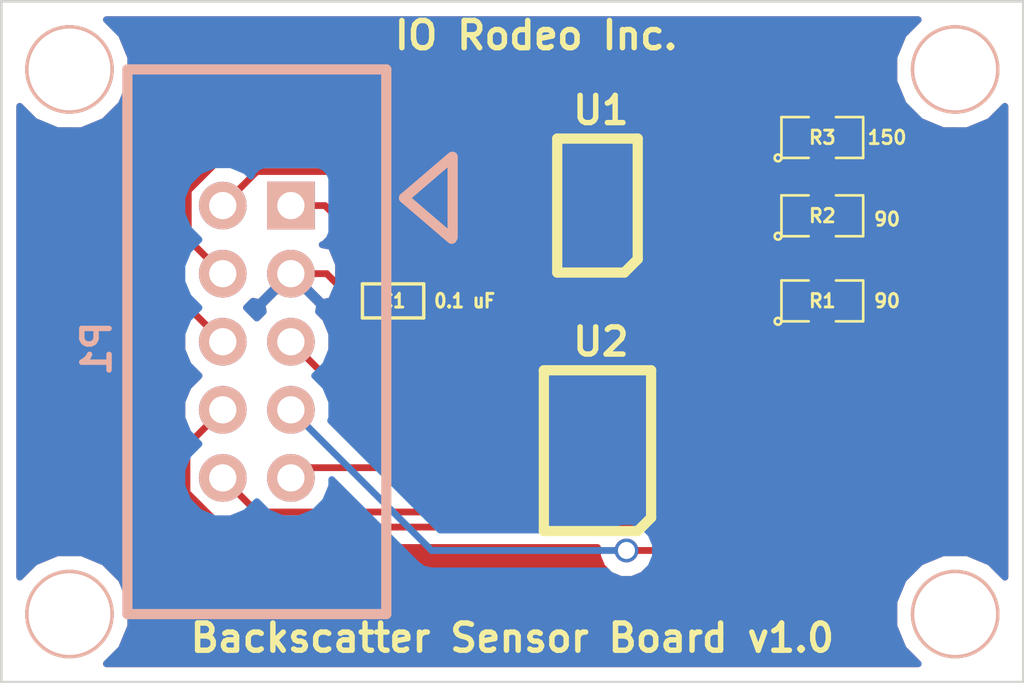
<source format=kicad_pcb>
(kicad_pcb (version 3) (host pcbnew "(2013-mar-13)-testing")

  (general
    (links 19)
    (no_connects 0)
    (area 101.549999 76.149999 139.750001 101.650001)
    (thickness 1.6)
    (drawings 6)
    (tracks 82)
    (zones 0)
    (modules 11)
    (nets 14)
  )

  (page A4)
  (layers
    (15 F.Cu signal)
    (0 B.Cu signal)
    (16 B.Adhes user)
    (17 F.Adhes user)
    (18 B.Paste user)
    (19 F.Paste user)
    (20 B.SilkS user)
    (21 F.SilkS user)
    (22 B.Mask user)
    (23 F.Mask user)
    (24 Dwgs.User user)
    (25 Cmts.User user)
    (26 Eco1.User user)
    (27 Eco2.User user)
    (28 Edge.Cuts user)
  )

  (setup
    (last_trace_width 0.254)
    (trace_clearance 0.254)
    (zone_clearance 0.508)
    (zone_45_only no)
    (trace_min 0.254)
    (segment_width 0.2)
    (edge_width 0.1)
    (via_size 0.889)
    (via_drill 0.635)
    (via_min_size 0.889)
    (via_min_drill 0.508)
    (uvia_size 0.508)
    (uvia_drill 0.127)
    (uvias_allowed no)
    (uvia_min_size 0.508)
    (uvia_min_drill 0.127)
    (pcb_text_width 0.3)
    (pcb_text_size 1.5 1.5)
    (mod_edge_width 0.15)
    (mod_text_size 1 1)
    (mod_text_width 0.15)
    (pad_size 1.5 1.5)
    (pad_drill 0.6)
    (pad_to_mask_clearance 0)
    (aux_axis_origin 0 0)
    (visible_elements FFFFFF7F)
    (pcbplotparams
      (layerselection 284196865)
      (usegerberextensions true)
      (excludeedgelayer true)
      (linewidth 0.150000)
      (plotframeref false)
      (viasonmask false)
      (mode 1)
      (useauxorigin false)
      (hpglpennumber 1)
      (hpglpenspeed 20)
      (hpglpendiameter 15)
      (hpglpenoverlay 2)
      (psnegative false)
      (psa4output false)
      (plotreference true)
      (plotvalue true)
      (plotothertext true)
      (plotinvisibletext false)
      (padsonsilk false)
      (subtractmaskfromsilk false)
      (outputformat 1)
      (mirror false)
      (drillshape 0)
      (scaleselection 1)
      (outputdirectory /home/jo/work/backscatter/kicad/gerber_v1p0/))
  )

  (net 0 "")
  (net 1 /5V)
  (net 2 /FREQ)
  (net 3 /S0)
  (net 4 /S1)
  (net 5 /S2)
  (net 6 /S3)
  (net 7 /blue)
  (net 8 /green)
  (net 9 /red)
  (net 10 GND)
  (net 11 N-000007)
  (net 12 N-000008)
  (net 13 N-000009)

  (net_class Default "This is the default net class."
    (clearance 0.254)
    (trace_width 0.254)
    (via_dia 0.889)
    (via_drill 0.635)
    (uvia_dia 0.508)
    (uvia_drill 0.127)
    (add_net "")
    (add_net /5V)
    (add_net /FREQ)
    (add_net /S0)
    (add_net /S1)
    (add_net /S2)
    (add_net /S3)
    (add_net /blue)
    (add_net /green)
    (add_net /red)
    (add_net GND)
    (add_net N-000007)
    (add_net N-000008)
    (add_net N-000009)
  )

  (module SM0603 (layer F.Cu) (tedit 52069BFF) (tstamp 52069BE5)
    (at 116.205 87.376 180)
    (path /52057DF9)
    (attr smd)
    (fp_text reference C1 (at 0 0 180) (layer F.SilkS)
      (effects (font (size 0.508 0.4572) (thickness 0.1143)))
    )
    (fp_text value "0.1 uF" (at -2.667 0 180) (layer F.SilkS)
      (effects (font (size 0.508 0.4572) (thickness 0.1143)))
    )
    (fp_line (start -1.143 -0.635) (end 1.143 -0.635) (layer F.SilkS) (width 0.127))
    (fp_line (start 1.143 -0.635) (end 1.143 0.635) (layer F.SilkS) (width 0.127))
    (fp_line (start 1.143 0.635) (end -1.143 0.635) (layer F.SilkS) (width 0.127))
    (fp_line (start -1.143 0.635) (end -1.143 -0.635) (layer F.SilkS) (width 0.127))
    (pad 1 smd rect (at -0.762 0 180) (size 0.635 1.143)
      (layers F.Cu F.Paste F.Mask)
      (net 1 /5V)
    )
    (pad 2 smd rect (at 0.762 0 180) (size 0.635 1.143)
      (layers F.Cu F.Paste F.Mask)
      (net 10 GND)
    )
    (model smd\resistors\R0603.wrl
      (at (xyz 0 0 0.001))
      (scale (xyz 0.5 0.5 0.5))
      (rotate (xyz 0 0 0))
    )
  )

  (module 5X2_SHRD_HEADER (layer B.Cu) (tedit 5206A2CA) (tstamp 52069BCF)
    (at 111.125 88.9 270)
    (path /52057BCD)
    (fp_text reference P1 (at 0.254 5.969 270) (layer B.SilkS)
      (effects (font (size 1.016 1.016) (thickness 0.2032)) (justify mirror))
    )
    (fp_text value CONN_5X2 (at 5.19938 -6.2992 270) (layer B.SilkS) hide
      (effects (font (thickness 0.3048)) (justify mirror))
    )
    (fp_line (start -10.16 4.826) (end 10.16 4.826) (layer B.SilkS) (width 0.381))
    (fp_line (start 10.16 4.826) (end 10.16 -4.826) (layer B.SilkS) (width 0.381))
    (fp_line (start 10.16 -4.826) (end -10.16 -4.826) (layer B.SilkS) (width 0.381))
    (fp_line (start -10.16 -4.826) (end -10.16 4.826) (layer B.SilkS) (width 0.381))
    (fp_line (start -6.90118 -7.29996) (end -3.8989 -7.29996) (layer B.SilkS) (width 0.381))
    (fp_line (start -5.36448 -5.48894) (end -6.88848 -7.26694) (layer B.SilkS) (width 0.381))
    (fp_line (start -3.84048 -7.2644) (end -5.36448 -5.4864) (layer B.SilkS) (width 0.381))
    (pad 1 thru_hole rect (at -5.08 -1.27 270) (size 1.778 1.778) (drill 1.016)
      (layers *.Cu *.Mask B.SilkS)
      (net 1 /5V)
    )
    (pad 2 thru_hole circle (at -5.08 1.27 270) (size 1.778 1.778) (drill 1.016)
      (layers *.Cu *.Mask B.SilkS)
      (net 9 /red)
    )
    (pad 3 thru_hole circle (at -2.54 -1.27 270) (size 1.778 1.778) (drill 1.016)
      (layers *.Cu *.Mask B.SilkS)
      (net 10 GND)
    )
    (pad 4 thru_hole circle (at -2.54 1.27 270) (size 1.778 1.778) (drill 1.016)
      (layers *.Cu *.Mask B.SilkS)
      (net 8 /green)
    )
    (pad 5 thru_hole circle (at 0 -1.27 270) (size 1.778 1.778) (drill 1.016)
      (layers *.Cu *.Mask B.SilkS)
      (net 3 /S0)
    )
    (pad 6 thru_hole circle (at 0 1.27 270) (size 1.778 1.778) (drill 1.016)
      (layers *.Cu *.Mask B.SilkS)
      (net 7 /blue)
    )
    (pad 7 thru_hole circle (at 2.54 -1.27 270) (size 1.778 1.778) (drill 1.016)
      (layers *.Cu *.Mask B.SilkS)
      (net 4 /S1)
    )
    (pad 8 thru_hole circle (at 2.54 1.27 270) (size 1.778 1.778) (drill 1.016)
      (layers *.Cu *.Mask B.SilkS)
      (net 2 /FREQ)
    )
    (pad 9 thru_hole circle (at 5.08 -1.27 270) (size 1.778 1.778) (drill 1.016)
      (layers *.Cu *.Mask B.SilkS)
      (net 5 /S2)
    )
    (pad 10 thru_hole circle (at 5.08 1.27 270) (size 1.778 1.778) (drill 1.016)
      (layers *.Cu *.Mask B.SilkS)
      (net 6 /S3)
    )
  )

  (module SM0805 (layer F.Cu) (tedit 52069C6B) (tstamp 52058C66)
    (at 132.207 87.376)
    (path /520580EA)
    (attr smd)
    (fp_text reference R1 (at 0 0) (layer F.SilkS)
      (effects (font (size 0.50038 0.50038) (thickness 0.10922)))
    )
    (fp_text value 90 (at 2.413 0) (layer F.SilkS)
      (effects (font (size 0.50038 0.50038) (thickness 0.10922)))
    )
    (fp_circle (center -1.651 0.762) (end -1.651 0.635) (layer F.SilkS) (width 0.09906))
    (fp_line (start -0.508 0.762) (end -1.524 0.762) (layer F.SilkS) (width 0.09906))
    (fp_line (start -1.524 0.762) (end -1.524 -0.762) (layer F.SilkS) (width 0.09906))
    (fp_line (start -1.524 -0.762) (end -0.508 -0.762) (layer F.SilkS) (width 0.09906))
    (fp_line (start 0.508 -0.762) (end 1.524 -0.762) (layer F.SilkS) (width 0.09906))
    (fp_line (start 1.524 -0.762) (end 1.524 0.762) (layer F.SilkS) (width 0.09906))
    (fp_line (start 1.524 0.762) (end 0.508 0.762) (layer F.SilkS) (width 0.09906))
    (pad 1 smd rect (at -0.9525 0) (size 0.889 1.397)
      (layers F.Cu F.Paste F.Mask)
      (net 13 N-000009)
    )
    (pad 2 smd rect (at 0.9525 0) (size 0.889 1.397)
      (layers F.Cu F.Paste F.Mask)
      (net 10 GND)
    )
    (model smd/chip_cms.wrl
      (at (xyz 0 0 0))
      (scale (xyz 0.1 0.1 0.1))
      (rotate (xyz 0 0 0))
    )
  )

  (module SM0805 (layer F.Cu) (tedit 52069C67) (tstamp 52058FBB)
    (at 132.207 84.201)
    (path /520580DB)
    (attr smd)
    (fp_text reference R2 (at 0 0) (layer F.SilkS)
      (effects (font (size 0.50038 0.50038) (thickness 0.10922)))
    )
    (fp_text value 90 (at 2.413 0.127) (layer F.SilkS)
      (effects (font (size 0.50038 0.50038) (thickness 0.10922)))
    )
    (fp_circle (center -1.651 0.762) (end -1.651 0.635) (layer F.SilkS) (width 0.09906))
    (fp_line (start -0.508 0.762) (end -1.524 0.762) (layer F.SilkS) (width 0.09906))
    (fp_line (start -1.524 0.762) (end -1.524 -0.762) (layer F.SilkS) (width 0.09906))
    (fp_line (start -1.524 -0.762) (end -0.508 -0.762) (layer F.SilkS) (width 0.09906))
    (fp_line (start 0.508 -0.762) (end 1.524 -0.762) (layer F.SilkS) (width 0.09906))
    (fp_line (start 1.524 -0.762) (end 1.524 0.762) (layer F.SilkS) (width 0.09906))
    (fp_line (start 1.524 0.762) (end 0.508 0.762) (layer F.SilkS) (width 0.09906))
    (pad 1 smd rect (at -0.9525 0) (size 0.889 1.397)
      (layers F.Cu F.Paste F.Mask)
      (net 11 N-000007)
    )
    (pad 2 smd rect (at 0.9525 0) (size 0.889 1.397)
      (layers F.Cu F.Paste F.Mask)
      (net 10 GND)
    )
    (model smd/chip_cms.wrl
      (at (xyz 0 0 0))
      (scale (xyz 0.1 0.1 0.1))
      (rotate (xyz 0 0 0))
    )
  )

  (module SM0805 (layer F.Cu) (tedit 52069C62) (tstamp 52058FE3)
    (at 132.207 81.28)
    (path /520580CC)
    (attr smd)
    (fp_text reference R3 (at 0 0) (layer F.SilkS)
      (effects (font (size 0.50038 0.50038) (thickness 0.10922)))
    )
    (fp_text value 150 (at 2.413 0) (layer F.SilkS)
      (effects (font (size 0.50038 0.50038) (thickness 0.10922)))
    )
    (fp_circle (center -1.651 0.762) (end -1.651 0.635) (layer F.SilkS) (width 0.09906))
    (fp_line (start -0.508 0.762) (end -1.524 0.762) (layer F.SilkS) (width 0.09906))
    (fp_line (start -1.524 0.762) (end -1.524 -0.762) (layer F.SilkS) (width 0.09906))
    (fp_line (start -1.524 -0.762) (end -0.508 -0.762) (layer F.SilkS) (width 0.09906))
    (fp_line (start 0.508 -0.762) (end 1.524 -0.762) (layer F.SilkS) (width 0.09906))
    (fp_line (start 1.524 -0.762) (end 1.524 0.762) (layer F.SilkS) (width 0.09906))
    (fp_line (start 1.524 0.762) (end 0.508 0.762) (layer F.SilkS) (width 0.09906))
    (pad 1 smd rect (at -0.9525 0) (size 0.889 1.397)
      (layers F.Cu F.Paste F.Mask)
      (net 12 N-000008)
    )
    (pad 2 smd rect (at 0.9525 0) (size 0.889 1.397)
      (layers F.Cu F.Paste F.Mask)
      (net 10 GND)
    )
    (model smd/chip_cms.wrl
      (at (xyz 0 0 0))
      (scale (xyz 0.1 0.1 0.1))
      (rotate (xyz 0 0 0))
    )
  )

  (module RGB_MULTILED (layer F.Cu) (tedit 52069B6E) (tstamp 520697BD)
    (at 123.825 83.82 180)
    (path /52057C87)
    (fp_text reference U1 (at -0.127 3.556 180) (layer F.SilkS)
      (effects (font (size 1.016 1.016) (thickness 0.2032)))
    )
    (fp_text value RGB_MULTILED (at -0.0762 5.2578 180) (layer F.SilkS) hide
      (effects (font (thickness 0.3048)))
    )
    (fp_line (start 1.50114 2.49936) (end -1.50114 2.49936) (layer F.SilkS) (width 0.381))
    (fp_line (start -1.50114 2.49936) (end -1.50114 -1.99898) (layer F.SilkS) (width 0.381))
    (fp_line (start -1.50114 -1.99898) (end -1.00076 -2.49936) (layer F.SilkS) (width 0.381))
    (fp_line (start -1.00076 -2.49936) (end 1.50114 -2.49936) (layer F.SilkS) (width 0.381))
    (fp_line (start 1.50114 -2.49936) (end 1.50114 2.49936) (layer F.SilkS) (width 0.381))
    (pad A3 smd rect (at 1.47574 1.09982) (size 1.30048 0.70104)
      (layers F.Cu F.Paste F.Mask)
      (net 9 /red)
    )
    (pad A2 smd rect (at 1.47574 0) (size 1.30048 0.70104)
      (layers F.Cu F.Paste F.Mask)
      (net 8 /green)
    )
    (pad A1 smd rect (at 1.47574 -1.09982) (size 1.30048 0.70104)
      (layers F.Cu F.Paste F.Mask)
      (net 7 /blue)
    )
    (pad C3 smd rect (at -1.47574 1.09982) (size 1.30048 0.70104)
      (layers F.Cu F.Paste F.Mask)
      (net 12 N-000008)
    )
    (pad C2 smd rect (at -1.47574 0) (size 1.30048 0.70104)
      (layers F.Cu F.Paste F.Mask)
      (net 11 N-000007)
    )
    (pad C1 smd rect (at -1.47574 -1.09982) (size 1.30048 0.70104)
      (layers F.Cu F.Paste F.Mask)
      (net 13 N-000009)
    )
  )

  (module TCS3200 (layer F.Cu) (tedit 52069B69) (tstamp 520697AD)
    (at 123.825 92.964 90)
    (path /52057C66)
    (fp_text reference U2 (at 4.064 0.127 180) (layer F.SilkS)
      (effects (font (size 1.016 1.016) (thickness 0.2032)))
    )
    (fp_text value TCS3200 (at 4.9276 0 180) (layer F.SilkS) hide
      (effects (font (thickness 0.3048)))
    )
    (fp_line (start 2.99974 1.99898) (end -2.49936 1.99898) (layer F.SilkS) (width 0.381))
    (fp_line (start -2.49936 1.99898) (end -2.99974 1.50114) (layer F.SilkS) (width 0.381))
    (fp_line (start -2.99974 1.50114) (end -2.99974 -1.99898) (layer F.SilkS) (width 0.381))
    (fp_line (start -2.99974 -1.99898) (end 2.99974 -1.99898) (layer F.SilkS) (width 0.381))
    (fp_line (start 2.99974 -1.99898) (end 2.99974 1.99898) (layer F.SilkS) (width 0.381))
    (pad 8 smd rect (at -1.905 -2.3241 90) (size 0.50038 2.25044)
      (layers F.Cu F.Paste F.Mask)
      (net 6 /S3)
    )
    (pad 7 smd rect (at -0.635 -2.3241 90) (size 0.50038 2.25044)
      (layers F.Cu F.Paste F.Mask)
      (net 5 /S2)
    )
    (pad 6 smd rect (at 0.635 -2.3241 90) (size 0.50038 2.25044)
      (layers F.Cu F.Paste F.Mask)
      (net 2 /FREQ)
    )
    (pad 5 smd rect (at 1.905 -2.3241 90) (size 0.50038 2.25044)
      (layers F.Cu F.Paste F.Mask)
      (net 1 /5V)
    )
    (pad 1 smd rect (at -1.905 2.32664 90) (size 0.50038 2.25044)
      (layers F.Cu F.Paste F.Mask)
      (net 3 /S0)
    )
    (pad 2 smd rect (at -0.635 2.32664 90) (size 0.50038 2.25044)
      (layers F.Cu F.Paste F.Mask)
      (net 4 /S1)
    )
    (pad 3 smd rect (at 0.635 2.32664 90) (size 0.50038 2.25044)
      (layers F.Cu F.Paste F.Mask)
      (net 10 GND)
    )
    (pad 4 smd rect (at 1.905 2.32664 90) (size 0.50038 2.25044)
      (layers F.Cu F.Paste F.Mask)
      (net 10 GND)
    )
  )

  (module MOUNT_HOLE_4_40 (layer F.Cu) (tedit 52069D01) (tstamp 52059298)
    (at 104.14 78.74)
    (path MOUNT_HOLE_4_40)
    (fp_text reference MOUNT_HOLE_1 (at 0 -2.032) (layer F.SilkS) hide
      (effects (font (size 0.254 0.254) (thickness 0.0635)))
    )
    (fp_text value VAL** (at 0 2.032) (layer F.SilkS) hide
      (effects (font (size 0.254 0.254) (thickness 0.0635)))
    )
    (pad "" thru_hole circle (at 0 0) (size 3.302 3.302) (drill 3.048)
      (layers *.Cu *.SilkS *.Mask)
    )
  )

  (module MOUNT_HOLE_4_40 (layer F.Cu) (tedit 52069D0C) (tstamp 52069A9C)
    (at 137.16 78.74)
    (path MOUNT_HOLE_4_40)
    (fp_text reference MOUNT_HOLE_2 (at 0 -2.032) (layer F.SilkS) hide
      (effects (font (size 0.254 0.254) (thickness 0.0635)))
    )
    (fp_text value VAL** (at 0 2.032) (layer F.SilkS) hide
      (effects (font (size 0.254 0.254) (thickness 0.0635)))
    )
    (pad "" thru_hole circle (at 0 0) (size 3.302 3.302) (drill 3.048)
      (layers *.Cu *.SilkS *.Mask)
    )
  )

  (module MOUNT_HOLE_4_40 (layer F.Cu) (tedit 52069D28) (tstamp 520592AA)
    (at 104.14 99.06)
    (path MOUNT_HOLE_4_40)
    (fp_text reference MOUNT_HOLE_4 (at 0 -2.032) (layer F.SilkS) hide
      (effects (font (size 0.254 0.254) (thickness 0.0635)))
    )
    (fp_text value VAL** (at 0 2.032) (layer F.SilkS) hide
      (effects (font (size 0.254 0.254) (thickness 0.0635)))
    )
    (pad "" thru_hole circle (at 0 0) (size 3.302 3.302) (drill 3.048)
      (layers *.Cu *.SilkS *.Mask)
    )
  )

  (module MOUNT_HOLE_4_40 (layer F.Cu) (tedit 52069D1B) (tstamp 520592B3)
    (at 137.16 99.06)
    (path MOUNT_HOLE_4_40)
    (fp_text reference MOUNT_HOLE_3 (at 0 -2.032) (layer F.SilkS) hide
      (effects (font (size 0.254 0.254) (thickness 0.0635)))
    )
    (fp_text value VAL** (at 0 2.032) (layer F.SilkS) hide
      (effects (font (size 0.254 0.254) (thickness 0.0635)))
    )
    (pad "" thru_hole circle (at 0 0) (size 3.302 3.302) (drill 3.048)
      (layers *.Cu *.SilkS *.Mask)
    )
  )

  (gr_text "Backscatter Sensor Board v1.0" (at 120.65 99.949) (layer F.SilkS)
    (effects (font (size 1.016 1.016) (thickness 0.2032)))
  )
  (gr_text "IO Rodeo Inc." (at 121.539 77.47) (layer F.SilkS) (tstamp 52069CC8)
    (effects (font (size 1.016 1.016) (thickness 0.2032)))
  )
  (gr_line (start 139.7 76.2) (end 139.7 101.6) (angle 90) (layer Edge.Cuts) (width 0.1))
  (gr_line (start 101.6 76.2) (end 139.7 76.2) (angle 90) (layer Edge.Cuts) (width 0.1))
  (gr_line (start 101.6 101.6) (end 139.7 101.6) (angle 90) (layer Edge.Cuts) (width 0.1) (tstamp 52058E1E))
  (gr_line (start 101.6 76.2) (end 101.6 101.6) (angle 90) (layer Edge.Cuts) (width 0.1))

  (segment (start 116.967 87.376) (end 116.2682 87.376) (width 0.254) (layer F.Cu) (net 1))
  (segment (start 119.9944 89.7046) (end 117.6658 87.376) (width 0.254) (layer F.Cu) (net 1))
  (segment (start 119.9944 91.059) (end 119.9944 89.7046) (width 0.254) (layer F.Cu) (net 1))
  (segment (start 121.5009 91.059) (end 119.9944 91.059) (width 0.254) (layer F.Cu) (net 1))
  (segment (start 116.967 87.376) (end 117.6658 87.376) (width 0.254) (layer F.Cu) (net 1))
  (segment (start 116.2682 86.4229) (end 113.6653 83.82) (width 0.254) (layer F.Cu) (net 1))
  (segment (start 116.2682 87.376) (end 116.2682 86.4229) (width 0.254) (layer F.Cu) (net 1))
  (segment (start 112.395 83.82) (end 113.6653 83.82) (width 0.254) (layer F.Cu) (net 1))
  (segment (start 121.5009 92.329) (end 123.0074 92.329) (width 0.254) (layer F.Cu) (net 2))
  (segment (start 123.0074 92.4005) (end 124.8375 94.2306) (width 0.254) (layer F.Cu) (net 2))
  (segment (start 123.0074 92.329) (end 123.0074 92.4005) (width 0.254) (layer F.Cu) (net 2))
  (segment (start 108.5196 92.7754) (end 109.855 91.44) (width 0.254) (layer F.Cu) (net 2))
  (segment (start 108.5196 94.5235) (end 108.5196 92.7754) (width 0.254) (layer F.Cu) (net 2))
  (segment (start 109.811 95.8149) (end 108.5196 94.5235) (width 0.254) (layer F.Cu) (net 2))
  (segment (start 127.188 95.8149) (end 109.811 95.8149) (width 0.254) (layer F.Cu) (net 2))
  (segment (start 127.6582 95.3447) (end 127.188 95.8149) (width 0.254) (layer F.Cu) (net 2))
  (segment (start 127.6582 94.4293) (end 127.6582 95.3447) (width 0.254) (layer F.Cu) (net 2))
  (segment (start 127.4595 94.2306) (end 127.6582 94.4293) (width 0.254) (layer F.Cu) (net 2))
  (segment (start 124.8375 94.2306) (end 127.4595 94.2306) (width 0.254) (layer F.Cu) (net 2))
  (segment (start 116.4555 92.9605) (end 112.395 88.9) (width 0.254) (layer F.Cu) (net 3))
  (segment (start 122.777 92.9605) (end 116.4555 92.9605) (width 0.254) (layer F.Cu) (net 3))
  (segment (start 124.6451 94.8286) (end 122.777 92.9605) (width 0.254) (layer F.Cu) (net 3))
  (segment (start 124.6451 94.869) (end 124.6451 94.8286) (width 0.254) (layer F.Cu) (net 3))
  (segment (start 126.1516 94.869) (end 124.6451 94.869) (width 0.254) (layer F.Cu) (net 3))
  (segment (start 128.2046 94.1455) (end 128.2046 95.5639) (width 0.254) (layer F.Cu) (net 4))
  (segment (start 127.6581 93.599) (end 128.2046 94.1455) (width 0.254) (layer F.Cu) (net 4))
  (segment (start 126.1516 93.599) (end 127.6581 93.599) (width 0.254) (layer F.Cu) (net 4))
  (segment (start 127.0809 96.6876) (end 124.9058 96.6876) (width 0.254) (layer F.Cu) (net 4))
  (segment (start 128.2046 95.5639) (end 127.0809 96.6876) (width 0.254) (layer F.Cu) (net 4))
  (via (at 124.9058 96.6876) (size 0.889) (layers F.Cu B.Cu) (net 4))
  (segment (start 117.6426 96.6876) (end 112.395 91.44) (width 0.254) (layer B.Cu) (net 4))
  (segment (start 124.9058 96.6876) (end 117.6426 96.6876) (width 0.254) (layer B.Cu) (net 4))
  (segment (start 112.776 93.599) (end 112.395 93.98) (width 0.254) (layer F.Cu) (net 5))
  (segment (start 121.5009 93.599) (end 112.776 93.599) (width 0.254) (layer F.Cu) (net 5))
  (segment (start 121.5009 94.869) (end 119.9944 94.869) (width 0.254) (layer F.Cu) (net 6))
  (segment (start 119.9944 94.869) (end 119.6116 95.2518) (width 0.254) (layer F.Cu) (net 6))
  (segment (start 111.1268 95.2518) (end 109.855 93.98) (width 0.254) (layer F.Cu) (net 6))
  (segment (start 119.6116 95.2518) (end 111.1268 95.2518) (width 0.254) (layer F.Cu) (net 6))
  (segment (start 122.3493 84.9198) (end 123.3808 84.9198) (width 0.254) (layer F.Cu) (net 7))
  (segment (start 108.0599 87.1049) (end 109.855 88.9) (width 0.254) (layer F.Cu) (net 7))
  (segment (start 108.0599 83.0483) (end 108.0599 87.1049) (width 0.254) (layer F.Cu) (net 7))
  (segment (start 109.6282 81.48) (end 108.0599 83.0483) (width 0.254) (layer F.Cu) (net 7))
  (segment (start 123.3749 81.48) (end 109.6282 81.48) (width 0.254) (layer F.Cu) (net 7))
  (segment (start 123.8891 81.9942) (end 123.3749 81.48) (width 0.254) (layer F.Cu) (net 7))
  (segment (start 123.8891 84.4115) (end 123.8891 81.9942) (width 0.254) (layer F.Cu) (net 7))
  (segment (start 123.3808 84.9198) (end 123.8891 84.4115) (width 0.254) (layer F.Cu) (net 7))
  (segment (start 109.855 86.36) (end 108.5682 85.0732) (width 0.254) (layer F.Cu) (net 8))
  (segment (start 108.5682 85.0732) (end 108.5682 83.2588) (width 0.254) (layer F.Cu) (net 8))
  (segment (start 123.3808 82.2047) (end 123.3808 83.82) (width 0.254) (layer F.Cu) (net 8))
  (segment (start 123.1644 81.9883) (end 123.3808 82.2047) (width 0.254) (layer F.Cu) (net 8))
  (segment (start 109.8387 81.9883) (end 123.1644 81.9883) (width 0.254) (layer F.Cu) (net 8))
  (segment (start 108.5682 83.2588) (end 109.8387 81.9883) (width 0.254) (layer F.Cu) (net 8))
  (segment (start 122.3493 83.82) (end 123.3808 83.82) (width 0.254) (layer F.Cu) (net 8))
  (segment (start 111.1254 82.5496) (end 109.855 83.82) (width 0.254) (layer F.Cu) (net 9))
  (segment (start 121.1472 82.5496) (end 111.1254 82.5496) (width 0.254) (layer F.Cu) (net 9))
  (segment (start 121.3178 82.7202) (end 121.1472 82.5496) (width 0.254) (layer F.Cu) (net 9))
  (segment (start 122.3493 82.7202) (end 121.3178 82.7202) (width 0.254) (layer F.Cu) (net 9))
  (segment (start 113.7282 86.36) (end 114.7442 87.376) (width 0.254) (layer F.Cu) (net 10))
  (segment (start 112.395 86.36) (end 113.7282 86.36) (width 0.254) (layer F.Cu) (net 10))
  (segment (start 133.1595 81.28) (end 133.1595 84.201) (width 0.254) (layer F.Cu) (net 10))
  (segment (start 133.1595 84.201) (end 133.1595 87.376) (width 0.254) (layer F.Cu) (net 10))
  (segment (start 115.443 87.376) (end 114.7442 87.376) (width 0.254) (layer F.Cu) (net 10))
  (segment (start 126.1516 92.329) (end 124.6451 92.329) (width 0.254) (layer F.Cu) (net 10))
  (segment (start 133.1595 87.376) (end 132.3337 87.376) (width 0.254) (layer F.Cu) (net 10))
  (segment (start 129.27 91.059) (end 126.1516 91.059) (width 0.254) (layer F.Cu) (net 10))
  (segment (start 132.3337 87.9953) (end 129.27 91.059) (width 0.254) (layer F.Cu) (net 10))
  (segment (start 132.3337 87.376) (end 132.3337 87.9953) (width 0.254) (layer F.Cu) (net 10))
  (segment (start 126.1516 91.059) (end 124.6451 91.059) (width 0.254) (layer F.Cu) (net 10))
  (segment (start 124.6451 91.059) (end 124.0136 91.6905) (width 0.254) (layer F.Cu) (net 10))
  (segment (start 119.7575 91.6905) (end 124.0136 91.6905) (width 0.254) (layer F.Cu) (net 10))
  (segment (start 115.443 87.376) (end 119.7575 91.6905) (width 0.254) (layer F.Cu) (net 10))
  (segment (start 124.6451 92.322) (end 124.6451 92.329) (width 0.254) (layer F.Cu) (net 10))
  (segment (start 124.0136 91.6905) (end 124.6451 92.322) (width 0.254) (layer F.Cu) (net 10))
  (segment (start 130.0477 83.82) (end 130.4287 84.201) (width 0.254) (layer F.Cu) (net 11))
  (segment (start 125.3007 83.82) (end 130.0477 83.82) (width 0.254) (layer F.Cu) (net 11))
  (segment (start 131.2545 84.201) (end 130.4287 84.201) (width 0.254) (layer F.Cu) (net 11))
  (segment (start 128.9885 82.7202) (end 130.4287 81.28) (width 0.254) (layer F.Cu) (net 12))
  (segment (start 125.3007 82.7202) (end 128.9885 82.7202) (width 0.254) (layer F.Cu) (net 12))
  (segment (start 131.2545 81.28) (end 130.4287 81.28) (width 0.254) (layer F.Cu) (net 12))
  (segment (start 128.7884 87.376) (end 131.2545 87.376) (width 0.254) (layer F.Cu) (net 13))
  (segment (start 126.3322 84.9198) (end 128.7884 87.376) (width 0.254) (layer F.Cu) (net 13))
  (segment (start 125.3007 84.9198) (end 126.3322 84.9198) (width 0.254) (layer F.Cu) (net 13))

  (zone (net 10) (net_name GND) (layer B.Cu) (tstamp 5206A045) (hatch edge 0.508)
    (connect_pads (clearance 0.508))
    (min_thickness 0.254)
    (fill (arc_segments 16) (thermal_gap 0.762) (thermal_bridge_width 0.381))
    (polygon
      (pts
        (xy 139.446 101.346) (xy 101.854 101.346) (xy 101.854 76.454) (xy 139.446 76.454)
      )
    )
    (filled_polygon
      (pts
        (xy 139.015 97.682524) (xy 138.456605 97.123154) (xy 137.616708 96.774398) (xy 136.707281 96.773604) (xy 135.866777 97.120894)
        (xy 135.223154 97.763395) (xy 134.874398 98.603292) (xy 134.873604 99.512719) (xy 135.220894 100.353223) (xy 135.781691 100.915)
        (xy 125.985487 100.915) (xy 125.985487 96.473816) (xy 125.821489 96.076911) (xy 125.518086 95.772978) (xy 125.121468 95.608287)
        (xy 124.692016 95.607913) (xy 124.295111 95.771911) (xy 124.141153 95.9256) (xy 117.95823 95.9256) (xy 114.174482 92.141852)
        (xy 113.877179 91.844549) (xy 113.918735 91.744472) (xy 113.919264 91.138188) (xy 113.687738 90.577851) (xy 113.280262 90.169664)
        (xy 113.686231 89.764404) (xy 113.918735 89.204472) (xy 113.919264 88.598188) (xy 113.687738 88.037851) (xy 113.425681 87.775337)
        (xy 113.473914 87.528717) (xy 112.395 86.449803) (xy 111.316086 87.528717) (xy 111.364345 87.775474) (xy 111.124664 88.014737)
        (xy 110.740262 87.629664) (xy 110.979662 87.390681) (xy 111.226283 87.438914) (xy 112.305197 86.36) (xy 112.291055 86.345858)
        (xy 112.380858 86.256054) (xy 112.395 86.270197) (xy 112.409142 86.256055) (xy 112.498945 86.345858) (xy 112.484803 86.36)
        (xy 113.563717 87.438914) (xy 113.898037 87.37353) (xy 114.171486 86.721192) (xy 114.174482 86.013866) (xy 113.906567 85.359236)
        (xy 113.898037 85.34647) (xy 113.563718 85.281086) (xy 113.564795 85.280009) (xy 113.643698 85.247327) (xy 113.822327 85.068699)
        (xy 113.919 84.83531) (xy 113.919 84.582691) (xy 113.919 82.804691) (xy 113.822327 82.571302) (xy 113.643699 82.392673)
        (xy 113.41031 82.296) (xy 113.157691 82.296) (xy 111.379691 82.296) (xy 111.146302 82.392673) (xy 110.967673 82.571301)
        (xy 110.907317 82.717011) (xy 110.719404 82.528769) (xy 110.159472 82.296265) (xy 109.553188 82.295736) (xy 108.992851 82.527262)
        (xy 108.563769 82.955596) (xy 108.331265 83.515528) (xy 108.330736 84.121812) (xy 108.562262 84.682149) (xy 108.969737 85.090335)
        (xy 108.563769 85.495596) (xy 108.331265 86.055528) (xy 108.330736 86.661812) (xy 108.562262 87.222149) (xy 108.969737 87.630335)
        (xy 108.563769 88.035596) (xy 108.331265 88.595528) (xy 108.330736 89.201812) (xy 108.562262 89.762149) (xy 108.969737 90.170335)
        (xy 108.563769 90.575596) (xy 108.331265 91.135528) (xy 108.330736 91.741812) (xy 108.562262 92.302149) (xy 108.969737 92.710335)
        (xy 108.563769 93.115596) (xy 108.331265 93.675528) (xy 108.330736 94.281812) (xy 108.562262 94.842149) (xy 108.990596 95.271231)
        (xy 109.550528 95.503735) (xy 110.156812 95.504264) (xy 110.717149 95.272738) (xy 111.125335 94.865262) (xy 111.530596 95.271231)
        (xy 112.090528 95.503735) (xy 112.696812 95.504264) (xy 113.257149 95.272738) (xy 113.686231 94.844404) (xy 113.918735 94.284472)
        (xy 113.918946 94.041576) (xy 117.103785 97.226415) (xy 117.350995 97.391596) (xy 117.6426 97.4496) (xy 124.141158 97.4496)
        (xy 124.293514 97.602222) (xy 124.690132 97.766913) (xy 125.119584 97.767287) (xy 125.516489 97.603289) (xy 125.820422 97.299886)
        (xy 125.985113 96.903268) (xy 125.985487 96.473816) (xy 125.985487 100.915) (xy 105.517475 100.915) (xy 106.076846 100.356605)
        (xy 106.425602 99.516708) (xy 106.426396 98.607281) (xy 106.079106 97.766777) (xy 105.436605 97.123154) (xy 104.596708 96.774398)
        (xy 103.687281 96.773604) (xy 102.846777 97.120894) (xy 102.285 97.681691) (xy 102.285 80.117475) (xy 102.843395 80.676846)
        (xy 103.683292 81.025602) (xy 104.592719 81.026396) (xy 105.433223 80.679106) (xy 106.076846 80.036605) (xy 106.425602 79.196708)
        (xy 106.426396 78.287281) (xy 106.079106 77.446777) (xy 105.518308 76.885) (xy 135.782524 76.885) (xy 135.223154 77.443395)
        (xy 134.874398 78.283292) (xy 134.873604 79.192719) (xy 135.220894 80.033223) (xy 135.863395 80.676846) (xy 136.703292 81.025602)
        (xy 137.612719 81.026396) (xy 138.453223 80.679106) (xy 139.015 80.118308) (xy 139.015 97.682524)
      )
    )
  )
  (zone (net 10) (net_name GND) (layer F.Cu) (tstamp 5206A074) (hatch edge 0.508)
    (connect_pads (clearance 0.508))
    (min_thickness 0.254)
    (fill (arc_segments 16) (thermal_gap 0.762) (thermal_bridge_width 0.381))
    (polygon
      (pts
        (xy 139.446 101.346) (xy 101.854 101.346) (xy 101.854 76.454) (xy 139.446 76.454)
      )
    )
    (filled_polygon
      (pts
        (xy 119.810316 91.784383) (xy 119.74068 91.9525) (xy 119.74068 92.1985) (xy 116.77113 92.1985) (xy 115.3795 90.80687)
        (xy 115.3795 88.61425) (xy 115.3795 87.4395) (xy 114.45875 87.4395) (xy 114.2365 87.66175) (xy 114.2365 87.770667)
        (xy 114.2365 88.124333) (xy 114.371842 88.451078) (xy 114.621922 88.701158) (xy 114.948667 88.8365) (xy 115.15725 88.8365)
        (xy 115.3795 88.61425) (xy 115.3795 90.80687) (xy 114.174482 89.601852) (xy 113.877179 89.304549) (xy 113.918735 89.204472)
        (xy 113.919264 88.598188) (xy 113.687738 88.037851) (xy 113.425681 87.775337) (xy 113.473914 87.528717) (xy 112.395 86.449803)
        (xy 111.316086 87.528717) (xy 111.364345 87.775474) (xy 111.124664 88.014737) (xy 110.740262 87.629664) (xy 110.979662 87.390681)
        (xy 111.226283 87.438914) (xy 112.305197 86.36) (xy 112.291055 86.345858) (xy 112.380858 86.256054) (xy 112.395 86.270197)
        (xy 112.409142 86.256055) (xy 112.498945 86.345858) (xy 112.484803 86.36) (xy 113.563717 87.438914) (xy 113.898037 87.37353)
        (xy 114.171486 86.721192) (xy 114.174482 86.013866) (xy 113.906567 85.359236) (xy 113.898037 85.34647) (xy 113.563718 85.281086)
        (xy 113.564795 85.280009) (xy 113.643698 85.247327) (xy 113.822327 85.068699) (xy 113.826439 85.05877) (xy 114.760931 85.993262)
        (xy 114.621922 86.050842) (xy 114.371842 86.300922) (xy 114.2365 86.627667) (xy 114.2365 86.981333) (xy 114.2365 87.09025)
        (xy 114.45875 87.3125) (xy 115.3795 87.3125) (xy 115.3795 87.2925) (xy 115.5062 87.2925) (xy 115.5062 87.376)
        (xy 115.51883 87.4395) (xy 115.5065 87.4395) (xy 115.5065 88.61425) (xy 115.72875 88.8365) (xy 115.937333 88.8365)
        (xy 116.264078 88.701158) (xy 116.423874 88.541361) (xy 116.52319 88.5825) (xy 116.775809 88.5825) (xy 117.410809 88.5825)
        (xy 117.644198 88.485827) (xy 117.671097 88.458927) (xy 119.2324 90.02023) (xy 119.2324 91.059) (xy 119.290404 91.350605)
        (xy 119.455585 91.597815) (xy 119.702795 91.762996) (xy 119.810316 91.784383)
      )
    )
    (filled_polygon
      (pts
        (xy 139.015 97.682524) (xy 138.456605 97.123154) (xy 137.616708 96.774398) (xy 136.707281 96.773604) (xy 135.866777 97.120894)
        (xy 135.223154 97.763395) (xy 134.874398 98.603292) (xy 134.873604 99.512719) (xy 135.220894 100.353223) (xy 135.781691 100.915)
        (xy 134.493 100.915) (xy 134.493 88.251333) (xy 134.493 87.897667) (xy 134.493 87.66175) (xy 134.493 87.09025)
        (xy 134.493 86.854333) (xy 134.493 86.500667) (xy 134.357658 86.173922) (xy 134.107578 85.923842) (xy 133.780833 85.7885)
        (xy 134.107578 85.653158) (xy 134.357658 85.403078) (xy 134.493 85.076333) (xy 134.493 84.722667) (xy 134.493 84.48675)
        (xy 134.493 83.91525) (xy 134.493 83.679333) (xy 134.493 83.325667) (xy 134.357658 82.998922) (xy 134.107578 82.748842)
        (xy 134.087438 82.7405) (xy 134.107578 82.732158) (xy 134.357658 82.482078) (xy 134.493 82.155333) (xy 134.493 81.801667)
        (xy 134.493 81.56575) (xy 134.493 80.99425) (xy 134.493 80.758333) (xy 134.493 80.404667) (xy 134.357658 80.077922)
        (xy 134.107578 79.827842) (xy 133.780833 79.6925) (xy 133.44525 79.6925) (xy 133.223 79.91475) (xy 133.223 81.2165)
        (xy 134.27075 81.2165) (xy 134.493 80.99425) (xy 134.493 81.56575) (xy 134.27075 81.3435) (xy 133.223 81.3435)
        (xy 133.223 82.64525) (xy 133.31825 82.7405) (xy 133.223 82.83575) (xy 133.223 84.1375) (xy 134.27075 84.1375)
        (xy 134.493 83.91525) (xy 134.493 84.48675) (xy 134.27075 84.2645) (xy 133.223 84.2645) (xy 133.223 85.56625)
        (xy 133.44525 85.7885) (xy 133.223 86.01075) (xy 133.223 87.3125) (xy 134.27075 87.3125) (xy 134.493 87.09025)
        (xy 134.493 87.66175) (xy 134.27075 87.4395) (xy 133.223 87.4395) (xy 133.223 88.74125) (xy 133.44525 88.9635)
        (xy 133.780833 88.9635) (xy 134.107578 88.828158) (xy 134.357658 88.578078) (xy 134.493 88.251333) (xy 134.493 100.915)
        (xy 133.096 100.915) (xy 133.096 88.74125) (xy 133.096 87.4395) (xy 133.076 87.4395) (xy 133.076 87.3125)
        (xy 133.096 87.3125) (xy 133.096 86.01075) (xy 132.87375 85.7885) (xy 133.096 85.56625) (xy 133.096 84.2645)
        (xy 133.076 84.2645) (xy 133.076 84.1375) (xy 133.096 84.1375) (xy 133.096 82.83575) (xy 133.00075 82.7405)
        (xy 133.096 82.64525) (xy 133.096 81.3435) (xy 133.076 81.3435) (xy 133.076 81.2165) (xy 133.096 81.2165)
        (xy 133.096 79.91475) (xy 132.87375 79.6925) (xy 132.538167 79.6925) (xy 132.211422 79.827842) (xy 132.014428 80.024835)
        (xy 131.82531 79.9465) (xy 131.572691 79.9465) (xy 130.683691 79.9465) (xy 130.450302 80.043173) (xy 130.271673 80.221801)
        (xy 130.175 80.45519) (xy 130.175 80.568464) (xy 130.137095 80.576004) (xy 129.889884 80.741185) (xy 128.672869 81.9582)
        (xy 126.437545 81.9582) (xy 126.310679 81.831333) (xy 126.07729 81.73466) (xy 125.824671 81.73466) (xy 124.599474 81.73466)
        (xy 124.593096 81.702596) (xy 124.593096 81.702595) (xy 124.526934 81.603576) (xy 124.427916 81.455385) (xy 123.913715 80.941185)
        (xy 123.666505 80.776004) (xy 123.3749 80.718) (xy 109.6282 80.718) (xy 109.336595 80.776004) (xy 109.089385 80.941185)
        (xy 107.521085 82.509485) (xy 107.355904 82.756695) (xy 107.2979 83.0483) (xy 107.2979 87.1049) (xy 107.355904 87.396505)
        (xy 107.521085 87.643715) (xy 108.37282 88.495451) (xy 108.331265 88.595528) (xy 108.330736 89.201812) (xy 108.562262 89.762149)
        (xy 108.969737 90.170335) (xy 108.563769 90.575596) (xy 108.331265 91.135528) (xy 108.330736 91.741812) (xy 108.373079 91.84429)
        (xy 107.980785 92.236585) (xy 107.815604 92.483795) (xy 107.7576 92.7754) (xy 107.7576 94.5235) (xy 107.815604 94.815105)
        (xy 107.980785 95.062315) (xy 109.272184 96.353715) (xy 109.272185 96.353715) (xy 109.519395 96.518896) (xy 109.811 96.5769)
        (xy 123.826395 96.5769) (xy 123.826113 96.901384) (xy 123.990111 97.298289) (xy 124.293514 97.602222) (xy 124.690132 97.766913)
        (xy 125.119584 97.767287) (xy 125.516489 97.603289) (xy 125.670446 97.4496) (xy 127.0809 97.4496) (xy 127.0809 97.449599)
        (xy 127.372504 97.391596) (xy 127.372505 97.391596) (xy 127.619715 97.226415) (xy 128.743415 96.102715) (xy 128.743416 96.102715)
        (xy 128.842434 95.954523) (xy 128.908596 95.855505) (xy 128.908596 95.855504) (xy 128.9666 95.5639) (xy 128.9666 94.1455)
        (xy 128.908596 93.853896) (xy 128.908596 93.853895) (xy 128.842434 93.754876) (xy 128.743416 93.606685) (xy 128.196915 93.060185)
        (xy 128.073914 92.977998) (xy 128.16586 92.756023) (xy 128.16586 92.61475) (xy 128.16586 92.04325) (xy 128.16586 91.901977)
        (xy 128.079713 91.694) (xy 128.16586 91.486023) (xy 128.16586 91.34475) (xy 128.16586 90.77325) (xy 128.16586 90.631977)
        (xy 128.030518 90.305232) (xy 127.780438 90.055152) (xy 127.453693 89.91981) (xy 127.100027 89.91981) (xy 126.43739 89.91981)
        (xy 126.21514 90.14206) (xy 126.21514 90.9955) (xy 127.94361 90.9955) (xy 128.16586 90.77325) (xy 128.16586 91.34475)
        (xy 127.94361 91.1225) (xy 126.21514 91.1225) (xy 126.21514 91.41206) (xy 126.21514 91.97594) (xy 126.21514 92.2655)
        (xy 127.94361 92.2655) (xy 128.16586 92.04325) (xy 128.16586 92.61475) (xy 127.94361 92.3925) (xy 126.21514 92.3925)
        (xy 126.21514 92.4125) (xy 126.08814 92.4125) (xy 126.08814 92.3925) (xy 126.08814 92.2655) (xy 126.08814 91.97594)
        (xy 126.08814 91.41206) (xy 126.08814 91.1225) (xy 126.08814 90.9955) (xy 126.08814 90.14206) (xy 125.86589 89.91981)
        (xy 125.203253 89.91981) (xy 124.849587 89.91981) (xy 124.522842 90.055152) (xy 124.272762 90.305232) (xy 124.13742 90.631977)
        (xy 124.13742 90.77325) (xy 124.35967 90.9955) (xy 126.08814 90.9955) (xy 126.08814 91.1225) (xy 124.35967 91.1225)
        (xy 124.13742 91.34475) (xy 124.13742 91.486023) (xy 124.223566 91.694) (xy 124.13742 91.901977) (xy 124.13742 92.04325)
        (xy 124.35967 92.2655) (xy 126.08814 92.2655) (xy 126.08814 92.3925) (xy 124.35967 92.3925) (xy 124.21835 92.533819)
        (xy 123.690193 92.005663) (xy 123.546215 91.790185) (xy 123.299005 91.625004) (xy 123.191483 91.603616) (xy 123.26112 91.4355)
        (xy 123.26112 91.182881) (xy 123.26112 90.682501) (xy 123.164447 90.449112) (xy 122.985819 90.270483) (xy 122.75243 90.17381)
        (xy 122.499811 90.17381) (xy 120.7564 90.17381) (xy 120.7564 89.7046) (xy 120.698396 89.412996) (xy 120.698396 89.412995)
        (xy 120.632234 89.313976) (xy 120.533216 89.165785) (xy 118.204615 86.837185) (xy 117.957405 86.672004) (xy 117.913303 86.663231)
        (xy 117.822827 86.444802) (xy 117.644199 86.266173) (xy 117.41081 86.1695) (xy 117.158191 86.1695) (xy 116.979795 86.1695)
        (xy 116.972196 86.131295) (xy 116.807015 85.884085) (xy 116.807015 85.884084) (xy 114.23453 83.3116) (xy 120.857683 83.3116)
        (xy 120.857684 83.3116) (xy 121.026195 83.424196) (xy 121.026196 83.424196) (xy 121.06402 83.431719) (xy 121.06402 83.595789)
        (xy 121.06402 84.296829) (xy 121.09429 84.369909) (xy 121.06402 84.44299) (xy 121.06402 84.695609) (xy 121.06402 85.396649)
        (xy 121.160693 85.630038) (xy 121.339321 85.808667) (xy 121.57271 85.90534) (xy 121.825329 85.90534) (xy 123.125809 85.90534)
        (xy 123.359198 85.808667) (xy 123.512203 85.655662) (xy 123.512204 85.655661) (xy 123.672404 85.623796) (xy 123.672405 85.623796)
        (xy 123.919615 85.458615) (xy 124.0155 85.36273) (xy 124.0155 85.396649) (xy 124.112173 85.630038) (xy 124.290801 85.808667)
        (xy 124.52419 85.90534) (xy 124.776809 85.90534) (xy 126.077289 85.90534) (xy 126.19242 85.85765) (xy 128.249584 87.914815)
        (xy 128.249585 87.914815) (xy 128.496795 88.079996) (xy 128.7884 88.138) (xy 130.175 88.138) (xy 130.175 88.200809)
        (xy 130.271673 88.434198) (xy 130.450301 88.612827) (xy 130.68369 88.7095) (xy 130.936309 88.7095) (xy 131.825309 88.7095)
        (xy 132.014428 88.631164) (xy 132.211422 88.828158) (xy 132.538167 88.9635) (xy 132.87375 88.9635) (xy 133.096 88.74125)
        (xy 133.096 100.915) (xy 105.517475 100.915) (xy 106.076846 100.356605) (xy 106.425602 99.516708) (xy 106.426396 98.607281)
        (xy 106.079106 97.766777) (xy 105.436605 97.123154) (xy 104.596708 96.774398) (xy 103.687281 96.773604) (xy 102.846777 97.120894)
        (xy 102.285 97.681691) (xy 102.285 80.117475) (xy 102.843395 80.676846) (xy 103.683292 81.025602) (xy 104.592719 81.026396)
        (xy 105.433223 80.679106) (xy 106.076846 80.036605) (xy 106.425602 79.196708) (xy 106.426396 78.287281) (xy 106.079106 77.446777)
        (xy 105.518308 76.885) (xy 135.782524 76.885) (xy 135.223154 77.443395) (xy 134.874398 78.283292) (xy 134.873604 79.192719)
        (xy 135.220894 80.033223) (xy 135.863395 80.676846) (xy 136.703292 81.025602) (xy 137.612719 81.026396) (xy 138.453223 80.679106)
        (xy 139.015 80.118308) (xy 139.015 97.682524)
      )
    )
  )
)

</source>
